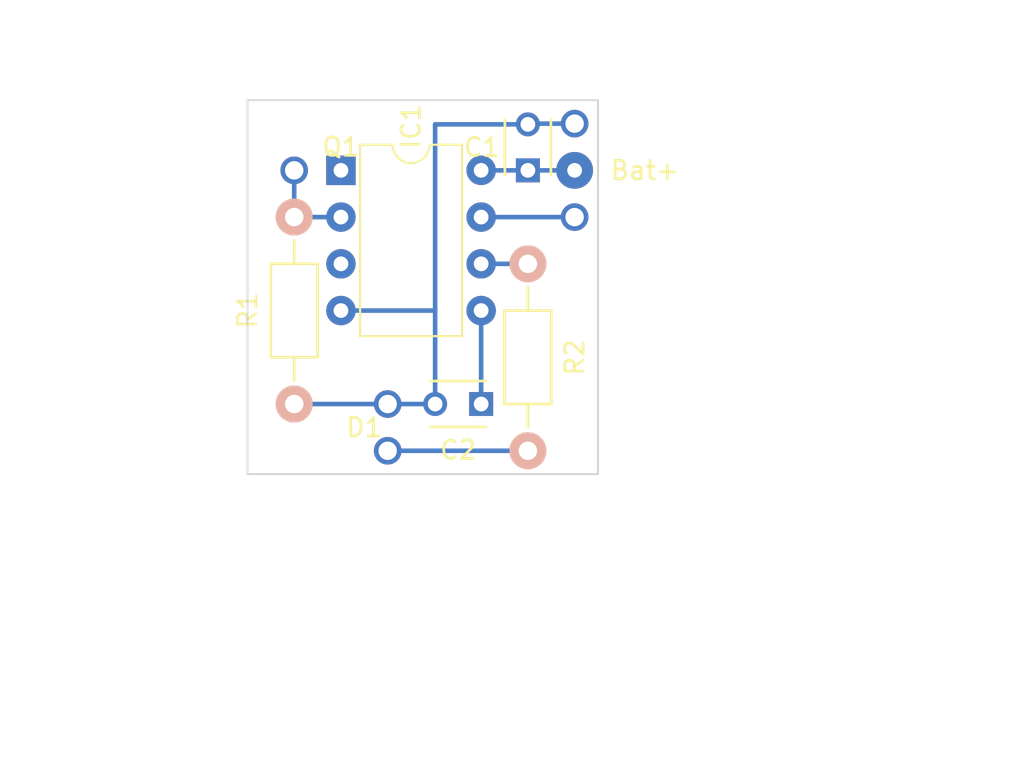
<source format=kicad_pcb>
(kicad_pcb (version 4) (host pcbnew 4.0.5-e0-6337~49~ubuntu14.04.1)

  (general
    (links 12)
    (no_connects 1)
    (area 121.869999 72.339999 141.020001 92.760001)
    (thickness 1.6)
    (drawings 6)
    (tracks 17)
    (zones 0)
    (modules 9)
    (nets 10)
  )

  (page A4)
  (layers
    (0 F.Cu signal)
    (31 B.Cu signal)
    (32 B.Adhes user)
    (33 F.Adhes user)
    (34 B.Paste user)
    (35 F.Paste user)
    (36 B.SilkS user)
    (37 F.SilkS user)
    (38 B.Mask user)
    (39 F.Mask user)
    (40 Dwgs.User user)
    (41 Cmts.User user hide)
    (42 Eco1.User user)
    (43 Eco2.User user)
    (44 Edge.Cuts user)
    (45 Margin user)
    (46 B.CrtYd user)
    (47 F.CrtYd user)
    (48 B.Fab user)
    (49 F.Fab user)
  )

  (setup
    (last_trace_width 0.25)
    (trace_clearance 0.2)
    (zone_clearance 0.508)
    (zone_45_only no)
    (trace_min 0.2)
    (segment_width 0.2)
    (edge_width 0.1)
    (via_size 0.6)
    (via_drill 0.4)
    (via_min_size 0.4)
    (via_min_drill 0.3)
    (uvia_size 0.3)
    (uvia_drill 0.1)
    (uvias_allowed no)
    (uvia_min_size 0.2)
    (uvia_min_drill 0.1)
    (pcb_text_width 0.3)
    (pcb_text_size 1.5 1.5)
    (mod_edge_width 0.15)
    (mod_text_size 1 1)
    (mod_text_width 0.15)
    (pad_size 1.5 1.5)
    (pad_drill 1)
    (pad_to_mask_clearance 0)
    (aux_axis_origin 0 0)
    (visible_elements 7FFFFFFF)
    (pcbplotparams
      (layerselection 0x00030_80000001)
      (usegerberextensions false)
      (excludeedgelayer true)
      (linewidth 0.100000)
      (plotframeref false)
      (viasonmask false)
      (mode 1)
      (useauxorigin false)
      (hpglpennumber 1)
      (hpglpenspeed 20)
      (hpglpendiameter 15)
      (hpglpenoverlay 2)
      (psnegative false)
      (psa4output false)
      (plotreference true)
      (plotvalue true)
      (plotinvisibletext false)
      (padsonsilk false)
      (subtractmaskfromsilk false)
      (outputformat 1)
      (mirror false)
      (drillshape 1)
      (scaleselection 1)
      (outputdirectory ""))
  )

  (net 0 "")
  (net 1 +BATT)
  (net 2 GND)
  (net 3 /Mira/AREF)
  (net 4 /Mira/BUTTON)
  (net 5 "Net-(D1-Pad2)")
  (net 6 /Mira/FIRE)
  (net 7 /Mira/LED)
  (net 8 "Net-(IC1-Pad1)")
  (net 9 "Net-(IC1-Pad3)")

  (net_class Default "This is the default net class."
    (clearance 0.2)
    (trace_width 0.25)
    (via_dia 0.6)
    (via_drill 0.4)
    (uvia_dia 0.3)
    (uvia_drill 0.1)
    (add_net +BATT)
    (add_net /Mira/AREF)
    (add_net /Mira/BUTTON)
    (add_net /Mira/FIRE)
    (add_net /Mira/LED)
    (add_net GND)
    (add_net "Net-(D1-Pad2)")
    (add_net "Net-(IC1-Pad1)")
    (add_net "Net-(IC1-Pad3)")
  )

  (module Capacitors_THT:C_Disc_D3_P2.5 (layer F.Cu) (tedit 5865BB42) (tstamp 586556B6)
    (at 137.16 76.2 90)
    (descr "Capacitor 3mm Disc, Pitch 2.5mm")
    (tags Capacitor)
    (path /58603D0F/5860485C)
    (fp_text reference C1 (at 1.25 -2.5 180) (layer F.SilkS)
      (effects (font (size 1 1) (thickness 0.15)))
    )
    (fp_text value 10nF (at 5.08 0 180) (layer F.Fab)
      (effects (font (size 1 1) (thickness 0.15)))
    )
    (fp_line (start -0.9 -1.5) (end 3.4 -1.5) (layer F.CrtYd) (width 0.05))
    (fp_line (start 3.4 -1.5) (end 3.4 1.5) (layer F.CrtYd) (width 0.05))
    (fp_line (start 3.4 1.5) (end -0.9 1.5) (layer F.CrtYd) (width 0.05))
    (fp_line (start -0.9 1.5) (end -0.9 -1.5) (layer F.CrtYd) (width 0.05))
    (fp_line (start -0.25 -1.25) (end 2.75 -1.25) (layer F.SilkS) (width 0.15))
    (fp_line (start 2.75 1.25) (end -0.25 1.25) (layer F.SilkS) (width 0.15))
    (pad 1 thru_hole rect (at 0 0 90) (size 1.3 1.3) (drill 0.8) (layers *.Cu *.Mask)
      (net 1 +BATT))
    (pad 2 thru_hole circle (at 2.5 0 90) (size 1.3 1.3) (drill 0.8001) (layers *.Cu *.Mask)
      (net 2 GND))
    (model Capacitors_ThroughHole.3dshapes/C_Disc_D3_P2.5.wrl
      (at (xyz 0.0492126 0 0))
      (scale (xyz 1 1 1))
      (rotate (xyz 0 0 0))
    )
  )

  (module Capacitors_THT:C_Disc_D3_P2.5 (layer F.Cu) (tedit 0) (tstamp 586556C2)
    (at 134.62 88.9 180)
    (descr "Capacitor 3mm Disc, Pitch 2.5mm")
    (tags Capacitor)
    (path /58603D0F/58604591)
    (fp_text reference C2 (at 1.25 -2.5 180) (layer F.SilkS)
      (effects (font (size 1 1) (thickness 0.15)))
    )
    (fp_text value 10nF (at 1.25 2.5 180) (layer F.Fab)
      (effects (font (size 1 1) (thickness 0.15)))
    )
    (fp_line (start -0.9 -1.5) (end 3.4 -1.5) (layer F.CrtYd) (width 0.05))
    (fp_line (start 3.4 -1.5) (end 3.4 1.5) (layer F.CrtYd) (width 0.05))
    (fp_line (start 3.4 1.5) (end -0.9 1.5) (layer F.CrtYd) (width 0.05))
    (fp_line (start -0.9 1.5) (end -0.9 -1.5) (layer F.CrtYd) (width 0.05))
    (fp_line (start -0.25 -1.25) (end 2.75 -1.25) (layer F.SilkS) (width 0.15))
    (fp_line (start 2.75 1.25) (end -0.25 1.25) (layer F.SilkS) (width 0.15))
    (pad 1 thru_hole rect (at 0 0 180) (size 1.3 1.3) (drill 0.8) (layers *.Cu *.Mask)
      (net 3 /Mira/AREF))
    (pad 2 thru_hole circle (at 2.5 0 180) (size 1.3 1.3) (drill 0.8001) (layers *.Cu *.Mask)
      (net 2 GND))
    (model Capacitors_ThroughHole.3dshapes/C_Disc_D3_P2.5.wrl
      (at (xyz 0.0492126 0 0))
      (scale (xyz 1 1 1))
      (rotate (xyz 0 0 0))
    )
  )

  (module Resistors_THT:Resistor_Horizontal_RM10mm (layer F.Cu) (tedit 58667F38) (tstamp 5865570D)
    (at 124.46 78.74 270)
    (descr "Resistor, Axial,  RM 10mm, 1/3W")
    (tags "Resistor Axial RM 10mm 1/3W")
    (path /58603D0F/58605B36)
    (fp_text reference R1 (at 5.08 2.54 270) (layer F.SilkS)
      (effects (font (size 1 1) (thickness 0.15)))
    )
    (fp_text value 22kΩ (at 5.08 0 270) (layer F.Fab)
      (effects (font (size 1 1) (thickness 0.15)))
    )
    (fp_line (start -1.25 -1.5) (end 11.4 -1.5) (layer F.CrtYd) (width 0.05))
    (fp_line (start -1.25 1.5) (end -1.25 -1.5) (layer F.CrtYd) (width 0.05))
    (fp_line (start 11.4 -1.5) (end 11.4 1.5) (layer F.CrtYd) (width 0.05))
    (fp_line (start -1.25 1.5) (end 11.4 1.5) (layer F.CrtYd) (width 0.05))
    (fp_line (start 2.54 -1.27) (end 7.62 -1.27) (layer F.SilkS) (width 0.15))
    (fp_line (start 7.62 -1.27) (end 7.62 1.27) (layer F.SilkS) (width 0.15))
    (fp_line (start 7.62 1.27) (end 2.54 1.27) (layer F.SilkS) (width 0.15))
    (fp_line (start 2.54 1.27) (end 2.54 -1.27) (layer F.SilkS) (width 0.15))
    (fp_line (start 2.54 0) (end 1.27 0) (layer F.SilkS) (width 0.15))
    (fp_line (start 7.62 0) (end 8.89 0) (layer F.SilkS) (width 0.15))
    (pad 1 thru_hole circle (at 0 0 270) (size 1.99898 1.99898) (drill 1.00076) (layers *.Cu *.SilkS *.Mask)
      (net 6 /Mira/FIRE))
    (pad 2 thru_hole circle (at 10.16 0 270) (size 1.99898 1.99898) (drill 1.00076) (layers *.Cu *.SilkS *.Mask)
      (net 2 GND))
    (model Resistors_ThroughHole.3dshapes/Resistor_Horizontal_RM10mm.wrl
      (at (xyz 0.2 0 0))
      (scale (xyz 0.4 0.4 0.4))
      (rotate (xyz 0 0 0))
    )
  )

  (module Resistors_THT:Resistor_Horizontal_RM10mm (layer F.Cu) (tedit 58667F3E) (tstamp 5865571D)
    (at 137.16 91.44 90)
    (descr "Resistor, Axial,  RM 10mm, 1/3W")
    (tags "Resistor Axial RM 10mm 1/3W")
    (path /58603D0F/583CCC74)
    (fp_text reference R2 (at 5.08 2.54 90) (layer F.SilkS)
      (effects (font (size 1 1) (thickness 0.15)))
    )
    (fp_text value 100Ω (at 5.08 0 90) (layer F.Fab)
      (effects (font (size 1 1) (thickness 0.15)))
    )
    (fp_line (start -1.25 -1.5) (end 11.4 -1.5) (layer F.CrtYd) (width 0.05))
    (fp_line (start -1.25 1.5) (end -1.25 -1.5) (layer F.CrtYd) (width 0.05))
    (fp_line (start 11.4 -1.5) (end 11.4 1.5) (layer F.CrtYd) (width 0.05))
    (fp_line (start -1.25 1.5) (end 11.4 1.5) (layer F.CrtYd) (width 0.05))
    (fp_line (start 2.54 -1.27) (end 7.62 -1.27) (layer F.SilkS) (width 0.15))
    (fp_line (start 7.62 -1.27) (end 7.62 1.27) (layer F.SilkS) (width 0.15))
    (fp_line (start 7.62 1.27) (end 2.54 1.27) (layer F.SilkS) (width 0.15))
    (fp_line (start 2.54 1.27) (end 2.54 -1.27) (layer F.SilkS) (width 0.15))
    (fp_line (start 2.54 0) (end 1.27 0) (layer F.SilkS) (width 0.15))
    (fp_line (start 7.62 0) (end 8.89 0) (layer F.SilkS) (width 0.15))
    (pad 1 thru_hole circle (at 0 0 90) (size 1.99898 1.99898) (drill 1.00076) (layers *.Cu *.SilkS *.Mask)
      (net 5 "Net-(D1-Pad2)"))
    (pad 2 thru_hole circle (at 10.16 0 90) (size 1.99898 1.99898) (drill 1.00076) (layers *.Cu *.SilkS *.Mask)
      (net 7 /Mira/LED))
    (model Resistors_ThroughHole.3dshapes/Resistor_Horizontal_RM10mm.wrl
      (at (xyz 0.2 0 0))
      (scale (xyz 0.4 0.4 0.4))
      (rotate (xyz 0 0 0))
    )
  )

  (module Wire_Connections_Bridges:WireConnection_1.50mmDrill (layer F.Cu) (tedit 5865BB2B) (tstamp 5865AB69)
    (at 149.86 72.39)
    (descr "WireConnection with 1.5mm drill")
    (path /58603D0F/5860804E)
    (fp_text reference "" (at -3.81 3.81) (layer F.SilkS)
      (effects (font (size 1 1) (thickness 0.15)))
    )
    (fp_text value Button (at -6.35 6.35 180) (layer F.Fab)
      (effects (font (size 1 1) (thickness 0.15)))
    )
    (fp_line (start 14.0716 -3.7592) (end 13.8684 -3.6576) (layer Cmts.User) (width 0.381))
    (fp_line (start 13.8684 -3.6576) (end 13.6398 -3.6576) (layer Cmts.User) (width 0.381))
    (fp_line (start 13.6398 -3.6576) (end 13.4366 -3.7592) (layer Cmts.User) (width 0.381))
    (fp_line (start 13.4366 -3.7592) (end 13.3604 -4.1148) (layer Cmts.User) (width 0.381))
    (fp_line (start 13.3604 -4.1148) (end 13.3604 -4.572) (layer Cmts.User) (width 0.381))
    (fp_line (start 13.3604 -4.572) (end 13.462 -4.6482) (layer Cmts.User) (width 0.381))
    (fp_line (start 13.462 -4.6482) (end 13.7668 -4.7244) (layer Cmts.User) (width 0.381))
    (fp_line (start 13.7668 -4.7244) (end 13.9954 -4.6736) (layer Cmts.User) (width 0.381))
    (fp_line (start 13.9954 -4.6736) (end 14.0462 -4.318) (layer Cmts.User) (width 0.381))
    (fp_line (start 14.0462 -4.318) (end 13.4366 -4.191) (layer Cmts.User) (width 0.381))
    (fp_line (start 13.4366 -4.191) (end 13.4366 -4.2418) (layer Cmts.User) (width 0.381))
    (fp_line (start 12.7508 -3.7084) (end 12.4206 -3.7084) (layer Cmts.User) (width 0.381))
    (fp_line (start 12.4206 -3.7084) (end 12.2174 -3.7084) (layer Cmts.User) (width 0.381))
    (fp_line (start 12.2174 -3.7084) (end 12.0396 -3.8608) (layer Cmts.User) (width 0.381))
    (fp_line (start 12.0396 -3.8608) (end 12.0396 -4.2418) (layer Cmts.User) (width 0.381))
    (fp_line (start 12.0396 -4.2418) (end 12.1412 -4.572) (layer Cmts.User) (width 0.381))
    (fp_line (start 12.1412 -4.572) (end 12.2936 -4.6482) (layer Cmts.User) (width 0.381))
    (fp_line (start 12.2936 -4.6482) (end 12.573 -4.6482) (layer Cmts.User) (width 0.381))
    (fp_line (start 12.573 -4.6482) (end 12.7508 -4.572) (layer Cmts.User) (width 0.381))
    (fp_line (start 12.7508 -4.572) (end 12.7762 -4.2672) (layer Cmts.User) (width 0.381))
    (fp_line (start 12.7762 -4.2672) (end 12.1412 -4.2418) (layer Cmts.User) (width 0.381))
    (fp_line (start 11.2268 -4.5212) (end 11.6078 -4.6736) (layer Cmts.User) (width 0.381))
    (fp_line (start 11.6078 -4.6736) (end 11.6332 -4.6736) (layer Cmts.User) (width 0.381))
    (fp_line (start 11.2014 -4.7244) (end 11.2014 -3.6576) (layer Cmts.User) (width 0.381))
    (fp_line (start 9.9822 -4.6736) (end 10.668 -4.7244) (layer Cmts.User) (width 0.381))
    (fp_line (start 10.7188 -5.207) (end 10.541 -5.207) (layer Cmts.User) (width 0.381))
    (fp_line (start 10.541 -5.207) (end 10.3886 -5.08) (layer Cmts.User) (width 0.381))
    (fp_line (start 10.3886 -5.08) (end 10.3378 -3.7084) (layer Cmts.User) (width 0.381))
    (fp_line (start 8.4328 -4.5974) (end 8.3058 -4.6736) (layer Cmts.User) (width 0.381))
    (fp_line (start 8.3058 -4.6736) (end 8.0264 -4.6736) (layer Cmts.User) (width 0.381))
    (fp_line (start 8.0264 -4.6736) (end 7.874 -4.445) (layer Cmts.User) (width 0.381))
    (fp_line (start 7.874 -4.445) (end 7.8994 -4.2672) (layer Cmts.User) (width 0.381))
    (fp_line (start 7.8994 -4.2672) (end 8.1788 -4.191) (layer Cmts.User) (width 0.381))
    (fp_line (start 8.1788 -4.191) (end 8.4328 -4.1148) (layer Cmts.User) (width 0.381))
    (fp_line (start 8.4328 -4.1148) (end 8.4836 -3.8354) (layer Cmts.User) (width 0.381))
    (fp_line (start 8.4836 -3.8354) (end 8.2804 -3.6576) (layer Cmts.User) (width 0.381))
    (fp_line (start 8.2804 -3.6576) (end 7.8994 -3.7084) (layer Cmts.User) (width 0.381))
    (fp_line (start 7.1628 -3.6576) (end 6.8072 -3.7592) (layer Cmts.User) (width 0.381))
    (fp_line (start 6.8072 -3.7592) (end 6.604 -3.8354) (layer Cmts.User) (width 0.381))
    (fp_line (start 6.604 -3.8354) (end 6.477 -4.1656) (layer Cmts.User) (width 0.381))
    (fp_line (start 6.477 -4.1656) (end 6.477 -4.4704) (layer Cmts.User) (width 0.381))
    (fp_line (start 6.477 -4.4704) (end 6.6802 -4.6736) (layer Cmts.User) (width 0.381))
    (fp_line (start 6.6802 -4.6736) (end 7.0104 -4.7244) (layer Cmts.User) (width 0.381))
    (fp_line (start 7.2136 -5.207) (end 7.2136 -3.6576) (layer Cmts.User) (width 0.381))
    (fp_line (start 5.715 -3.6576) (end 5.2578 -3.7084) (layer Cmts.User) (width 0.381))
    (fp_line (start 5.2578 -3.7084) (end 5.1054 -3.9116) (layer Cmts.User) (width 0.381))
    (fp_line (start 5.1054 -3.9116) (end 5.1308 -4.191) (layer Cmts.User) (width 0.381))
    (fp_line (start 5.1308 -4.191) (end 5.842 -4.2418) (layer Cmts.User) (width 0.381))
    (fp_line (start 5.1054 -4.572) (end 5.3848 -4.7244) (layer Cmts.User) (width 0.381))
    (fp_line (start 5.3848 -4.7244) (end 5.6388 -4.6482) (layer Cmts.User) (width 0.381))
    (fp_line (start 5.6388 -4.6482) (end 5.7912 -4.4704) (layer Cmts.User) (width 0.381))
    (fp_line (start 5.7912 -4.4704) (end 5.842 -3.6322) (layer Cmts.User) (width 0.381))
    (fp_line (start 3.6068 -3.6576) (end 3.6322 -5.2578) (layer Cmts.User) (width 0.381))
    (fp_line (start 3.6322 -5.2578) (end 4.0894 -5.2578) (layer Cmts.User) (width 0.381))
    (fp_line (start 4.0894 -5.2578) (end 4.3688 -5.1308) (layer Cmts.User) (width 0.381))
    (fp_line (start 4.3688 -5.1308) (end 4.4958 -4.8768) (layer Cmts.User) (width 0.381))
    (fp_line (start 4.4958 -4.8768) (end 4.4958 -4.5974) (layer Cmts.User) (width 0.381))
    (fp_line (start 4.4958 -4.5974) (end 4.3688 -4.3942) (layer Cmts.User) (width 0.381))
    (fp_line (start 4.3688 -4.3942) (end 4.0894 -4.445) (layer Cmts.User) (width 0.381))
    (fp_line (start 4.0894 -4.445) (end 3.6322 -4.445) (layer Cmts.User) (width 0.381))
    (fp_line (start 1.778 -3.7592) (end 1.524 -3.6576) (layer Cmts.User) (width 0.381))
    (fp_line (start 1.524 -3.6576) (end 1.27 -3.7592) (layer Cmts.User) (width 0.381))
    (fp_line (start 1.27 -3.7592) (end 1.1176 -3.9116) (layer Cmts.User) (width 0.381))
    (fp_line (start 1.1176 -3.9116) (end 1.0414 -4.318) (layer Cmts.User) (width 0.381))
    (fp_line (start 1.0414 -4.318) (end 1.1684 -4.572) (layer Cmts.User) (width 0.381))
    (fp_line (start 1.1684 -4.572) (end 1.3716 -4.6736) (layer Cmts.User) (width 0.381))
    (fp_line (start 1.3716 -4.6736) (end 1.651 -4.6482) (layer Cmts.User) (width 0.381))
    (fp_line (start 1.651 -4.6482) (end 1.8034 -4.5212) (layer Cmts.User) (width 0.381))
    (fp_line (start 1.8034 -4.5212) (end 1.8034 -4.318) (layer Cmts.User) (width 0.381))
    (fp_line (start 1.8034 -4.318) (end 1.1684 -4.2418) (layer Cmts.User) (width 0.381))
    (fp_line (start -0.1524 -4.7244) (end 0.3048 -3.6576) (layer Cmts.User) (width 0.381))
    (fp_line (start 0.3048 -3.6576) (end 0.5842 -4.6736) (layer Cmts.User) (width 0.381))
    (fp_line (start 0.5842 -4.6736) (end 0.5588 -4.6736) (layer Cmts.User) (width 0.381))
    (fp_line (start -1.4732 -4.3942) (end -1.4732 -3.9116) (layer Cmts.User) (width 0.381))
    (fp_line (start -1.4732 -3.9116) (end -1.27 -3.7084) (layer Cmts.User) (width 0.381))
    (fp_line (start -1.27 -3.7084) (end -1.0414 -3.6576) (layer Cmts.User) (width 0.381))
    (fp_line (start -1.0414 -3.6576) (end -0.762 -3.7846) (layer Cmts.User) (width 0.381))
    (fp_line (start -0.762 -3.7846) (end -0.6604 -3.9878) (layer Cmts.User) (width 0.381))
    (fp_line (start -0.6604 -3.9878) (end -0.6604 -4.445) (layer Cmts.User) (width 0.381))
    (fp_line (start -0.6604 -4.445) (end -0.8382 -4.6482) (layer Cmts.User) (width 0.381))
    (fp_line (start -0.8382 -4.6482) (end -1.1176 -4.7244) (layer Cmts.User) (width 0.381))
    (fp_line (start -1.1176 -4.7244) (end -1.4478 -4.4704) (layer Cmts.User) (width 0.381))
    (fp_line (start -3.0988 -3.6322) (end -3.0988 -5.2578) (layer Cmts.User) (width 0.381))
    (fp_line (start -3.0988 -5.2578) (end -2.6162 -4.1148) (layer Cmts.User) (width 0.381))
    (fp_line (start -2.6162 -4.1148) (end -2.1336 -5.1816) (layer Cmts.User) (width 0.381))
    (fp_line (start -2.1336 -5.1816) (end -2.1336 -3.6322) (layer Cmts.User) (width 0.381))
    (pad 1 thru_hole circle (at -10.16 1.27) (size 1.5 1.5) (drill 1) (layers *.Cu *.Mask)
      (net 2 GND))
    (pad 2 thru_hole circle (at -10.16 6.35) (size 1.5 1.5) (drill 1) (layers *.Cu *.Mask)
      (net 4 /Mira/BUTTON))
  )

  (module Wire_Connections_Bridges:WireConnection_1.50mmDrill (layer F.Cu) (tedit 5865AF7D) (tstamp 5865AB6E)
    (at 128.27 107.95)
    (descr "WireConnection with 1.5mm drill")
    (path /58603D0F/583CCC75)
    (fp_text reference D1 (at 0 -17.78) (layer F.SilkS)
      (effects (font (size 1 1) (thickness 0.15)))
    )
    (fp_text value "low current LED" (at 1.27 -13.97) (layer F.Fab)
      (effects (font (size 1 1) (thickness 0.15)))
    )
    (fp_line (start 14.0716 -3.7592) (end 13.8684 -3.6576) (layer Cmts.User) (width 0.381))
    (fp_line (start 13.8684 -3.6576) (end 13.6398 -3.6576) (layer Cmts.User) (width 0.381))
    (fp_line (start 13.6398 -3.6576) (end 13.4366 -3.7592) (layer Cmts.User) (width 0.381))
    (fp_line (start 13.4366 -3.7592) (end 13.3604 -4.1148) (layer Cmts.User) (width 0.381))
    (fp_line (start 13.3604 -4.1148) (end 13.3604 -4.572) (layer Cmts.User) (width 0.381))
    (fp_line (start 13.3604 -4.572) (end 13.462 -4.6482) (layer Cmts.User) (width 0.381))
    (fp_line (start 13.462 -4.6482) (end 13.7668 -4.7244) (layer Cmts.User) (width 0.381))
    (fp_line (start 13.7668 -4.7244) (end 13.9954 -4.6736) (layer Cmts.User) (width 0.381))
    (fp_line (start 13.9954 -4.6736) (end 14.0462 -4.318) (layer Cmts.User) (width 0.381))
    (fp_line (start 14.0462 -4.318) (end 13.4366 -4.191) (layer Cmts.User) (width 0.381))
    (fp_line (start 13.4366 -4.191) (end 13.4366 -4.2418) (layer Cmts.User) (width 0.381))
    (fp_line (start 12.7508 -3.7084) (end 12.4206 -3.7084) (layer Cmts.User) (width 0.381))
    (fp_line (start 12.4206 -3.7084) (end 12.2174 -3.7084) (layer Cmts.User) (width 0.381))
    (fp_line (start 12.2174 -3.7084) (end 12.0396 -3.8608) (layer Cmts.User) (width 0.381))
    (fp_line (start 12.0396 -3.8608) (end 12.0396 -4.2418) (layer Cmts.User) (width 0.381))
    (fp_line (start 12.0396 -4.2418) (end 12.1412 -4.572) (layer Cmts.User) (width 0.381))
    (fp_line (start 12.1412 -4.572) (end 12.2936 -4.6482) (layer Cmts.User) (width 0.381))
    (fp_line (start 12.2936 -4.6482) (end 12.573 -4.6482) (layer Cmts.User) (width 0.381))
    (fp_line (start 12.573 -4.6482) (end 12.7508 -4.572) (layer Cmts.User) (width 0.381))
    (fp_line (start 12.7508 -4.572) (end 12.7762 -4.2672) (layer Cmts.User) (width 0.381))
    (fp_line (start 12.7762 -4.2672) (end 12.1412 -4.2418) (layer Cmts.User) (width 0.381))
    (fp_line (start 11.2268 -4.5212) (end 11.6078 -4.6736) (layer Cmts.User) (width 0.381))
    (fp_line (start 11.6078 -4.6736) (end 11.6332 -4.6736) (layer Cmts.User) (width 0.381))
    (fp_line (start 11.2014 -4.7244) (end 11.2014 -3.6576) (layer Cmts.User) (width 0.381))
    (fp_line (start 9.9822 -4.6736) (end 10.668 -4.7244) (layer Cmts.User) (width 0.381))
    (fp_line (start 10.7188 -5.207) (end 10.541 -5.207) (layer Cmts.User) (width 0.381))
    (fp_line (start 10.541 -5.207) (end 10.3886 -5.08) (layer Cmts.User) (width 0.381))
    (fp_line (start 10.3886 -5.08) (end 10.3378 -3.7084) (layer Cmts.User) (width 0.381))
    (fp_line (start 8.4328 -4.5974) (end 8.3058 -4.6736) (layer Cmts.User) (width 0.381))
    (fp_line (start 8.3058 -4.6736) (end 8.0264 -4.6736) (layer Cmts.User) (width 0.381))
    (fp_line (start 8.0264 -4.6736) (end 7.874 -4.445) (layer Cmts.User) (width 0.381))
    (fp_line (start 7.874 -4.445) (end 7.8994 -4.2672) (layer Cmts.User) (width 0.381))
    (fp_line (start 7.8994 -4.2672) (end 8.1788 -4.191) (layer Cmts.User) (width 0.381))
    (fp_line (start 8.1788 -4.191) (end 8.4328 -4.1148) (layer Cmts.User) (width 0.381))
    (fp_line (start 8.4328 -4.1148) (end 8.4836 -3.8354) (layer Cmts.User) (width 0.381))
    (fp_line (start 8.4836 -3.8354) (end 8.2804 -3.6576) (layer Cmts.User) (width 0.381))
    (fp_line (start 8.2804 -3.6576) (end 7.8994 -3.7084) (layer Cmts.User) (width 0.381))
    (fp_line (start 7.1628 -3.6576) (end 6.8072 -3.7592) (layer Cmts.User) (width 0.381))
    (fp_line (start 6.8072 -3.7592) (end 6.604 -3.8354) (layer Cmts.User) (width 0.381))
    (fp_line (start 6.604 -3.8354) (end 6.477 -4.1656) (layer Cmts.User) (width 0.381))
    (fp_line (start 6.477 -4.1656) (end 6.477 -4.4704) (layer Cmts.User) (width 0.381))
    (fp_line (start 6.477 -4.4704) (end 6.6802 -4.6736) (layer Cmts.User) (width 0.381))
    (fp_line (start 6.6802 -4.6736) (end 7.0104 -4.7244) (layer Cmts.User) (width 0.381))
    (fp_line (start 7.2136 -5.207) (end 7.2136 -3.6576) (layer Cmts.User) (width 0.381))
    (fp_line (start 5.715 -3.6576) (end 5.2578 -3.7084) (layer Cmts.User) (width 0.381))
    (fp_line (start 5.2578 -3.7084) (end 5.1054 -3.9116) (layer Cmts.User) (width 0.381))
    (fp_line (start 5.1054 -3.9116) (end 5.1308 -4.191) (layer Cmts.User) (width 0.381))
    (fp_line (start 5.1308 -4.191) (end 5.842 -4.2418) (layer Cmts.User) (width 0.381))
    (fp_line (start 5.1054 -4.572) (end 5.3848 -4.7244) (layer Cmts.User) (width 0.381))
    (fp_line (start 5.3848 -4.7244) (end 5.6388 -4.6482) (layer Cmts.User) (width 0.381))
    (fp_line (start 5.6388 -4.6482) (end 5.7912 -4.4704) (layer Cmts.User) (width 0.381))
    (fp_line (start 5.7912 -4.4704) (end 5.842 -3.6322) (layer Cmts.User) (width 0.381))
    (fp_line (start 3.6068 -3.6576) (end 3.6322 -5.2578) (layer Cmts.User) (width 0.381))
    (fp_line (start 3.6322 -5.2578) (end 4.0894 -5.2578) (layer Cmts.User) (width 0.381))
    (fp_line (start 4.0894 -5.2578) (end 4.3688 -5.1308) (layer Cmts.User) (width 0.381))
    (fp_line (start 4.3688 -5.1308) (end 4.4958 -4.8768) (layer Cmts.User) (width 0.381))
    (fp_line (start 4.4958 -4.8768) (end 4.4958 -4.5974) (layer Cmts.User) (width 0.381))
    (fp_line (start 4.4958 -4.5974) (end 4.3688 -4.3942) (layer Cmts.User) (width 0.381))
    (fp_line (start 4.3688 -4.3942) (end 4.0894 -4.445) (layer Cmts.User) (width 0.381))
    (fp_line (start 4.0894 -4.445) (end 3.6322 -4.445) (layer Cmts.User) (width 0.381))
    (fp_line (start 1.778 -3.7592) (end 1.524 -3.6576) (layer Cmts.User) (width 0.381))
    (fp_line (start 1.524 -3.6576) (end 1.27 -3.7592) (layer Cmts.User) (width 0.381))
    (fp_line (start 1.27 -3.7592) (end 1.1176 -3.9116) (layer Cmts.User) (width 0.381))
    (fp_line (start 1.1176 -3.9116) (end 1.0414 -4.318) (layer Cmts.User) (width 0.381))
    (fp_line (start 1.0414 -4.318) (end 1.1684 -4.572) (layer Cmts.User) (width 0.381))
    (fp_line (start 1.1684 -4.572) (end 1.3716 -4.6736) (layer Cmts.User) (width 0.381))
    (fp_line (start 1.3716 -4.6736) (end 1.651 -4.6482) (layer Cmts.User) (width 0.381))
    (fp_line (start 1.651 -4.6482) (end 1.8034 -4.5212) (layer Cmts.User) (width 0.381))
    (fp_line (start 1.8034 -4.5212) (end 1.8034 -4.318) (layer Cmts.User) (width 0.381))
    (fp_line (start 1.8034 -4.318) (end 1.1684 -4.2418) (layer Cmts.User) (width 0.381))
    (fp_line (start -0.1524 -4.7244) (end 0.3048 -3.6576) (layer Cmts.User) (width 0.381))
    (fp_line (start 0.3048 -3.6576) (end 0.5842 -4.6736) (layer Cmts.User) (width 0.381))
    (fp_line (start 0.5842 -4.6736) (end 0.5588 -4.6736) (layer Cmts.User) (width 0.381))
    (fp_line (start -1.4732 -4.3942) (end -1.4732 -3.9116) (layer Cmts.User) (width 0.381))
    (fp_line (start -1.4732 -3.9116) (end -1.27 -3.7084) (layer Cmts.User) (width 0.381))
    (fp_line (start -1.27 -3.7084) (end -1.0414 -3.6576) (layer Cmts.User) (width 0.381))
    (fp_line (start -1.0414 -3.6576) (end -0.762 -3.7846) (layer Cmts.User) (width 0.381))
    (fp_line (start -0.762 -3.7846) (end -0.6604 -3.9878) (layer Cmts.User) (width 0.381))
    (fp_line (start -0.6604 -3.9878) (end -0.6604 -4.445) (layer Cmts.User) (width 0.381))
    (fp_line (start -0.6604 -4.445) (end -0.8382 -4.6482) (layer Cmts.User) (width 0.381))
    (fp_line (start -0.8382 -4.6482) (end -1.1176 -4.7244) (layer Cmts.User) (width 0.381))
    (fp_line (start -1.1176 -4.7244) (end -1.4478 -4.4704) (layer Cmts.User) (width 0.381))
    (fp_line (start -3.0988 -3.6322) (end -3.0988 -5.2578) (layer Cmts.User) (width 0.381))
    (fp_line (start -3.0988 -5.2578) (end -2.6162 -4.1148) (layer Cmts.User) (width 0.381))
    (fp_line (start -2.6162 -4.1148) (end -2.1336 -5.1816) (layer Cmts.User) (width 0.381))
    (fp_line (start -2.1336 -5.1816) (end -2.1336 -3.6322) (layer Cmts.User) (width 0.381))
    (pad 1 thru_hole circle (at 1.27 -19.05) (size 1.5 1.5) (drill 1) (layers *.Cu *.Mask)
      (net 2 GND))
    (pad 2 thru_hole circle (at 1.27 -16.51) (size 1.5 1.5) (drill 1) (layers *.Cu *.Mask)
      (net 5 "Net-(D1-Pad2)"))
  )

  (module Housings_DIP:DIP-8_W7.62mm (layer F.Cu) (tedit 5865AE73) (tstamp 5865AB7E)
    (at 127 76.2)
    (descr "8-lead dip package, row spacing 7.62 mm (300 mils)")
    (tags "DIL DIP PDIP 2.54mm 7.62mm 300mil")
    (path /58644323)
    (fp_text reference IC1 (at 3.81 -2.39 90) (layer F.SilkS)
      (effects (font (size 1 1) (thickness 0.15)))
    )
    (fp_text value ATTINY45-P (at 3.81 3.81 90) (layer F.Fab)
      (effects (font (size 1 1) (thickness 0.15)))
    )
    (fp_arc (start 3.81 -1.39) (end 2.81 -1.39) (angle -180) (layer F.SilkS) (width 0.12))
    (fp_line (start 1.635 -1.27) (end 6.985 -1.27) (layer F.Fab) (width 0.1))
    (fp_line (start 6.985 -1.27) (end 6.985 8.89) (layer F.Fab) (width 0.1))
    (fp_line (start 6.985 8.89) (end 0.635 8.89) (layer F.Fab) (width 0.1))
    (fp_line (start 0.635 8.89) (end 0.635 -0.27) (layer F.Fab) (width 0.1))
    (fp_line (start 0.635 -0.27) (end 1.635 -1.27) (layer F.Fab) (width 0.1))
    (fp_line (start 2.81 -1.39) (end 1.04 -1.39) (layer F.SilkS) (width 0.12))
    (fp_line (start 1.04 -1.39) (end 1.04 9.01) (layer F.SilkS) (width 0.12))
    (fp_line (start 1.04 9.01) (end 6.58 9.01) (layer F.SilkS) (width 0.12))
    (fp_line (start 6.58 9.01) (end 6.58 -1.39) (layer F.SilkS) (width 0.12))
    (fp_line (start 6.58 -1.39) (end 4.81 -1.39) (layer F.SilkS) (width 0.12))
    (fp_line (start -1.1 -1.6) (end -1.1 9.2) (layer F.CrtYd) (width 0.05))
    (fp_line (start -1.1 9.2) (end 8.7 9.2) (layer F.CrtYd) (width 0.05))
    (fp_line (start 8.7 9.2) (end 8.7 -1.6) (layer F.CrtYd) (width 0.05))
    (fp_line (start 8.7 -1.6) (end -1.1 -1.6) (layer F.CrtYd) (width 0.05))
    (pad 1 thru_hole rect (at 0 0) (size 1.6 1.6) (drill 0.8) (layers *.Cu *.Mask)
      (net 8 "Net-(IC1-Pad1)"))
    (pad 5 thru_hole oval (at 7.62 7.62) (size 1.6 1.6) (drill 0.8) (layers *.Cu *.Mask)
      (net 3 /Mira/AREF))
    (pad 2 thru_hole oval (at 0 2.54) (size 1.6 1.6) (drill 0.8) (layers *.Cu *.Mask)
      (net 6 /Mira/FIRE))
    (pad 6 thru_hole oval (at 7.62 5.08) (size 1.6 1.6) (drill 0.8) (layers *.Cu *.Mask)
      (net 7 /Mira/LED))
    (pad 3 thru_hole oval (at 0 5.08) (size 1.6 1.6) (drill 0.8) (layers *.Cu *.Mask)
      (net 9 "Net-(IC1-Pad3)"))
    (pad 7 thru_hole oval (at 7.62 2.54) (size 1.6 1.6) (drill 0.8) (layers *.Cu *.Mask)
      (net 4 /Mira/BUTTON))
    (pad 4 thru_hole oval (at 0 7.62) (size 1.6 1.6) (drill 0.8) (layers *.Cu *.Mask)
      (net 2 GND))
    (pad 8 thru_hole oval (at 7.62 0) (size 1.6 1.6) (drill 0.8) (layers *.Cu *.Mask)
      (net 1 +BATT))
    (model Housings_DIP.3dshapes/DIP-8_W7.62mm.wrl
      (at (xyz 0 0 0))
      (scale (xyz 1 1 1))
      (rotate (xyz 0 0 0))
    )
  )

  (module Wire_Connections_Bridges:WireConnection_1.50mmDrill (layer F.Cu) (tedit 5865BB39) (tstamp 5865AB7F)
    (at 111.76 81.28)
    (descr "WireConnection with 1.5mm drill")
    (path /58603D0F/58604A0A)
    (fp_text reference Q1 (at 15.24 -6.35) (layer F.SilkS)
      (effects (font (size 1 1) (thickness 0.15)))
    )
    (fp_text value RLB3034 (at 12.7 -10.16) (layer F.Fab)
      (effects (font (size 1 1) (thickness 0.15)))
    )
    (fp_line (start 14.0716 -3.7592) (end 13.8684 -3.6576) (layer Cmts.User) (width 0.381))
    (fp_line (start 13.8684 -3.6576) (end 13.6398 -3.6576) (layer Cmts.User) (width 0.381))
    (fp_line (start 13.6398 -3.6576) (end 13.4366 -3.7592) (layer Cmts.User) (width 0.381))
    (fp_line (start 13.4366 -3.7592) (end 13.3604 -4.1148) (layer Cmts.User) (width 0.381))
    (fp_line (start 13.3604 -4.1148) (end 13.3604 -4.572) (layer Cmts.User) (width 0.381))
    (fp_line (start 13.3604 -4.572) (end 13.462 -4.6482) (layer Cmts.User) (width 0.381))
    (fp_line (start 13.462 -4.6482) (end 13.7668 -4.7244) (layer Cmts.User) (width 0.381))
    (fp_line (start 13.7668 -4.7244) (end 13.9954 -4.6736) (layer Cmts.User) (width 0.381))
    (fp_line (start 13.9954 -4.6736) (end 14.0462 -4.318) (layer Cmts.User) (width 0.381))
    (fp_line (start 14.0462 -4.318) (end 13.4366 -4.191) (layer Cmts.User) (width 0.381))
    (fp_line (start 13.4366 -4.191) (end 13.4366 -4.2418) (layer Cmts.User) (width 0.381))
    (fp_line (start 12.7508 -3.7084) (end 12.4206 -3.7084) (layer Cmts.User) (width 0.381))
    (fp_line (start 12.4206 -3.7084) (end 12.2174 -3.7084) (layer Cmts.User) (width 0.381))
    (fp_line (start 12.2174 -3.7084) (end 12.0396 -3.8608) (layer Cmts.User) (width 0.381))
    (fp_line (start 12.0396 -3.8608) (end 12.0396 -4.2418) (layer Cmts.User) (width 0.381))
    (fp_line (start 12.0396 -4.2418) (end 12.1412 -4.572) (layer Cmts.User) (width 0.381))
    (fp_line (start 12.1412 -4.572) (end 12.2936 -4.6482) (layer Cmts.User) (width 0.381))
    (fp_line (start 12.2936 -4.6482) (end 12.573 -4.6482) (layer Cmts.User) (width 0.381))
    (fp_line (start 12.573 -4.6482) (end 12.7508 -4.572) (layer Cmts.User) (width 0.381))
    (fp_line (start 12.7508 -4.572) (end 12.7762 -4.2672) (layer Cmts.User) (width 0.381))
    (fp_line (start 12.7762 -4.2672) (end 12.1412 -4.2418) (layer Cmts.User) (width 0.381))
    (fp_line (start 11.2268 -4.5212) (end 11.6078 -4.6736) (layer Cmts.User) (width 0.381))
    (fp_line (start 11.6078 -4.6736) (end 11.6332 -4.6736) (layer Cmts.User) (width 0.381))
    (fp_line (start 11.2014 -4.7244) (end 11.2014 -3.6576) (layer Cmts.User) (width 0.381))
    (fp_line (start 9.9822 -4.6736) (end 10.668 -4.7244) (layer Cmts.User) (width 0.381))
    (fp_line (start 10.7188 -5.207) (end 10.541 -5.207) (layer Cmts.User) (width 0.381))
    (fp_line (start 10.541 -5.207) (end 10.3886 -5.08) (layer Cmts.User) (width 0.381))
    (fp_line (start 10.3886 -5.08) (end 10.3378 -3.7084) (layer Cmts.User) (width 0.381))
    (fp_line (start 8.4328 -4.5974) (end 8.3058 -4.6736) (layer Cmts.User) (width 0.381))
    (fp_line (start 8.3058 -4.6736) (end 8.0264 -4.6736) (layer Cmts.User) (width 0.381))
    (fp_line (start 8.0264 -4.6736) (end 7.874 -4.445) (layer Cmts.User) (width 0.381))
    (fp_line (start 7.874 -4.445) (end 7.8994 -4.2672) (layer Cmts.User) (width 0.381))
    (fp_line (start 7.8994 -4.2672) (end 8.1788 -4.191) (layer Cmts.User) (width 0.381))
    (fp_line (start 8.1788 -4.191) (end 8.4328 -4.1148) (layer Cmts.User) (width 0.381))
    (fp_line (start 8.4328 -4.1148) (end 8.4836 -3.8354) (layer Cmts.User) (width 0.381))
    (fp_line (start 8.4836 -3.8354) (end 8.2804 -3.6576) (layer Cmts.User) (width 0.381))
    (fp_line (start 8.2804 -3.6576) (end 7.8994 -3.7084) (layer Cmts.User) (width 0.381))
    (fp_line (start 7.1628 -3.6576) (end 6.8072 -3.7592) (layer Cmts.User) (width 0.381))
    (fp_line (start 6.8072 -3.7592) (end 6.604 -3.8354) (layer Cmts.User) (width 0.381))
    (fp_line (start 6.604 -3.8354) (end 6.477 -4.1656) (layer Cmts.User) (width 0.381))
    (fp_line (start 6.477 -4.1656) (end 6.477 -4.4704) (layer Cmts.User) (width 0.381))
    (fp_line (start 6.477 -4.4704) (end 6.6802 -4.6736) (layer Cmts.User) (width 0.381))
    (fp_line (start 6.6802 -4.6736) (end 7.0104 -4.7244) (layer Cmts.User) (width 0.381))
    (fp_line (start 7.2136 -5.207) (end 7.2136 -3.6576) (layer Cmts.User) (width 0.381))
    (fp_line (start 5.715 -3.6576) (end 5.2578 -3.7084) (layer Cmts.User) (width 0.381))
    (fp_line (start 5.2578 -3.7084) (end 5.1054 -3.9116) (layer Cmts.User) (width 0.381))
    (fp_line (start 5.1054 -3.9116) (end 5.1308 -4.191) (layer Cmts.User) (width 0.381))
    (fp_line (start 5.1308 -4.191) (end 5.842 -4.2418) (layer Cmts.User) (width 0.381))
    (fp_line (start 5.1054 -4.572) (end 5.3848 -4.7244) (layer Cmts.User) (width 0.381))
    (fp_line (start 5.3848 -4.7244) (end 5.6388 -4.6482) (layer Cmts.User) (width 0.381))
    (fp_line (start 5.6388 -4.6482) (end 5.7912 -4.4704) (layer Cmts.User) (width 0.381))
    (fp_line (start 5.7912 -4.4704) (end 5.842 -3.6322) (layer Cmts.User) (width 0.381))
    (fp_line (start 3.6068 -3.6576) (end 3.6322 -5.2578) (layer Cmts.User) (width 0.381))
    (fp_line (start 3.6322 -5.2578) (end 4.0894 -5.2578) (layer Cmts.User) (width 0.381))
    (fp_line (start 4.0894 -5.2578) (end 4.3688 -5.1308) (layer Cmts.User) (width 0.381))
    (fp_line (start 4.3688 -5.1308) (end 4.4958 -4.8768) (layer Cmts.User) (width 0.381))
    (fp_line (start 4.4958 -4.8768) (end 4.4958 -4.5974) (layer Cmts.User) (width 0.381))
    (fp_line (start 4.4958 -4.5974) (end 4.3688 -4.3942) (layer Cmts.User) (width 0.381))
    (fp_line (start 4.3688 -4.3942) (end 4.0894 -4.445) (layer Cmts.User) (width 0.381))
    (fp_line (start 4.0894 -4.445) (end 3.6322 -4.445) (layer Cmts.User) (width 0.381))
    (fp_line (start 1.778 -3.7592) (end 1.524 -3.6576) (layer Cmts.User) (width 0.381))
    (fp_line (start 1.524 -3.6576) (end 1.27 -3.7592) (layer Cmts.User) (width 0.381))
    (fp_line (start 1.27 -3.7592) (end 1.1176 -3.9116) (layer Cmts.User) (width 0.381))
    (fp_line (start 1.1176 -3.9116) (end 1.0414 -4.318) (layer Cmts.User) (width 0.381))
    (fp_line (start 1.0414 -4.318) (end 1.1684 -4.572) (layer Cmts.User) (width 0.381))
    (fp_line (start 1.1684 -4.572) (end 1.3716 -4.6736) (layer Cmts.User) (width 0.381))
    (fp_line (start 1.3716 -4.6736) (end 1.651 -4.6482) (layer Cmts.User) (width 0.381))
    (fp_line (start 1.651 -4.6482) (end 1.8034 -4.5212) (layer Cmts.User) (width 0.381))
    (fp_line (start 1.8034 -4.5212) (end 1.8034 -4.318) (layer Cmts.User) (width 0.381))
    (fp_line (start 1.8034 -4.318) (end 1.1684 -4.2418) (layer Cmts.User) (width 0.381))
    (fp_line (start -0.1524 -4.7244) (end 0.3048 -3.6576) (layer Cmts.User) (width 0.381))
    (fp_line (start 0.3048 -3.6576) (end 0.5842 -4.6736) (layer Cmts.User) (width 0.381))
    (fp_line (start 0.5842 -4.6736) (end 0.5588 -4.6736) (layer Cmts.User) (width 0.381))
    (fp_line (start -1.4732 -4.3942) (end -1.4732 -3.9116) (layer Cmts.User) (width 0.381))
    (fp_line (start -1.4732 -3.9116) (end -1.27 -3.7084) (layer Cmts.User) (width 0.381))
    (fp_line (start -1.27 -3.7084) (end -1.0414 -3.6576) (layer Cmts.User) (width 0.381))
    (fp_line (start -1.0414 -3.6576) (end -0.762 -3.7846) (layer Cmts.User) (width 0.381))
    (fp_line (start -0.762 -3.7846) (end -0.6604 -3.9878) (layer Cmts.User) (width 0.381))
    (fp_line (start -0.6604 -3.9878) (end -0.6604 -4.445) (layer Cmts.User) (width 0.381))
    (fp_line (start -0.6604 -4.445) (end -0.8382 -4.6482) (layer Cmts.User) (width 0.381))
    (fp_line (start -0.8382 -4.6482) (end -1.1176 -4.7244) (layer Cmts.User) (width 0.381))
    (fp_line (start -1.1176 -4.7244) (end -1.4478 -4.4704) (layer Cmts.User) (width 0.381))
    (fp_line (start -3.0988 -3.6322) (end -3.0988 -5.2578) (layer Cmts.User) (width 0.381))
    (fp_line (start -3.0988 -5.2578) (end -2.6162 -4.1148) (layer Cmts.User) (width 0.381))
    (fp_line (start -2.6162 -4.1148) (end -2.1336 -5.1816) (layer Cmts.User) (width 0.381))
    (fp_line (start -2.1336 -5.1816) (end -2.1336 -3.6322) (layer Cmts.User) (width 0.381))
    (pad 2 thru_hole circle (at 12.7 -5.08) (size 1.5 1.5) (drill 1) (layers *.Cu *.Mask)
      (net 6 /Mira/FIRE))
  )

  (module Wire_Pads:SolderWirePad_single_0-8mmDrill (layer F.Cu) (tedit 5865BB1C) (tstamp 5865B5BF)
    (at 140.97 76.2)
    (fp_text reference Bat+ (at 2.54 0) (layer F.SilkS)
      (effects (font (size 1 1) (thickness 0.15)))
    )
    (fp_text value "" (at 15.24 7.62) (layer F.Fab)
      (effects (font (size 1 1) (thickness 0.15)))
    )
    (pad 1 thru_hole circle (at -1.27 0) (size 1.99898 1.99898) (drill 0.8001) (layers *.Cu *.Mask))
  )

  (dimension 20.32 (width 0.3) (layer Dwgs.User)
    (gr_text "20,320 mm" (at 116.84 82.55 270) (layer Dwgs.User)
      (effects (font (size 1.5 1.5) (thickness 0.3)))
    )
    (feature1 (pts (xy 116.84 92.71) (xy 116.84 92.71)))
    (feature2 (pts (xy 116.84 72.39) (xy 116.84 72.39)))
    (crossbar (pts (xy 116.84 72.39) (xy 116.84 92.71)))
    (arrow1a (pts (xy 116.84 92.71) (xy 116.253579 91.583496)))
    (arrow1b (pts (xy 116.84 92.71) (xy 117.426421 91.583496)))
    (arrow2a (pts (xy 116.84 72.39) (xy 116.253579 73.516504)))
    (arrow2b (pts (xy 116.84 72.39) (xy 117.426421 73.516504)))
  )
  (dimension 19.05 (width 0.3) (layer Dwgs.User)
    (gr_text "19,050 mm" (at 131.445 100.41) (layer Dwgs.User)
      (effects (font (size 1.5 1.5) (thickness 0.3)))
    )
    (feature1 (pts (xy 121.92 97.79) (xy 121.92 101.76)))
    (feature2 (pts (xy 140.97 97.79) (xy 140.97 101.76)))
    (crossbar (pts (xy 140.97 99.06) (xy 121.92 99.06)))
    (arrow1a (pts (xy 121.92 99.06) (xy 123.046504 98.473579)))
    (arrow1b (pts (xy 121.92 99.06) (xy 123.046504 99.646421)))
    (arrow2a (pts (xy 140.97 99.06) (xy 139.843496 98.473579)))
    (arrow2b (pts (xy 140.97 99.06) (xy 139.843496 99.646421)))
  )
  (gr_line (start 121.92 92.71) (end 121.92 72.39) (angle 90) (layer Edge.Cuts) (width 0.1))
  (gr_line (start 140.97 92.71) (end 121.92 92.71) (angle 90) (layer Edge.Cuts) (width 0.1))
  (gr_line (start 140.97 72.39) (end 140.97 92.71) (angle 90) (layer Edge.Cuts) (width 0.1))
  (gr_line (start 121.92 72.39) (end 140.97 72.39) (angle 90) (layer Edge.Cuts) (width 0.1))

  (segment (start 139.7 76.2) (end 134.62 76.2) (width 0.25) (layer B.Cu) (net 1))
  (segment (start 129.54 88.9) (end 124.46 88.9) (width 0.25) (layer B.Cu) (net 2))
  (segment (start 127 83.82) (end 132.12 83.82) (width 0.25) (layer B.Cu) (net 2))
  (segment (start 132.12 83.82) (end 132.08 83.82) (width 0.25) (layer B.Cu) (net 2) (tstamp 5865BB19))
  (segment (start 132.08 83.82) (end 132.12 83.82) (width 0.25) (layer B.Cu) (net 2) (tstamp 5865BB1B))
  (segment (start 137.16 73.7) (end 132.12 73.7) (width 0.25) (layer B.Cu) (net 2))
  (segment (start 132.12 73.7) (end 132.12 83.82) (width 0.25) (layer B.Cu) (net 2) (tstamp 5865BB15))
  (segment (start 132.12 83.82) (end 132.12 88.9) (width 0.25) (layer B.Cu) (net 2) (tstamp 5865BB1C))
  (segment (start 132.12 88.9) (end 129.54 88.9) (width 0.25) (layer B.Cu) (net 2))
  (segment (start 139.7 73.66) (end 137.2 73.66) (width 0.25) (layer B.Cu) (net 2))
  (segment (start 137.2 73.66) (end 137.16 73.7) (width 0.25) (layer B.Cu) (net 2) (tstamp 5865B9CD))
  (segment (start 134.62 83.82) (end 134.62 88.9) (width 0.25) (layer B.Cu) (net 3))
  (segment (start 139.7 78.74) (end 134.62 78.74) (width 0.25) (layer B.Cu) (net 4))
  (segment (start 129.54 91.44) (end 137.16 91.44) (width 0.25) (layer B.Cu) (net 5))
  (segment (start 127 78.74) (end 124.46 78.74) (width 0.25) (layer B.Cu) (net 6))
  (segment (start 124.46 78.74) (end 124.46 76.2) (width 0.25) (layer B.Cu) (net 6) (tstamp 5865BB2D))
  (segment (start 137.16 81.28) (end 134.62 81.28) (width 0.25) (layer B.Cu) (net 7))

)

</source>
